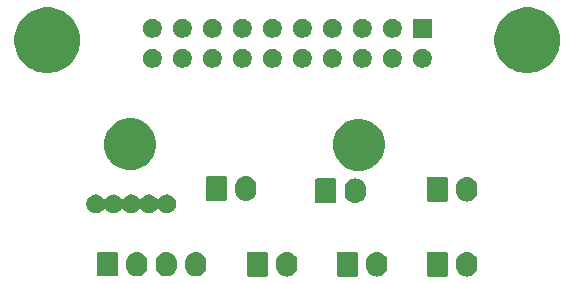
<source format=gbr>
G04 #@! TF.GenerationSoftware,KiCad,Pcbnew,(5.1.4)-1*
G04 #@! TF.CreationDate,2019-09-08T23:13:03+02:00*
G04 #@! TF.ProjectId,wanhao extruder pcb,77616e68-616f-4206-9578-747275646572,rev?*
G04 #@! TF.SameCoordinates,PXbb169cePY653deea*
G04 #@! TF.FileFunction,Soldermask,Top*
G04 #@! TF.FilePolarity,Negative*
%FSLAX46Y46*%
G04 Gerber Fmt 4.6, Leading zero omitted, Abs format (unit mm)*
G04 Created by KiCad (PCBNEW (5.1.4)-1) date 2019-09-08 23:13:03*
%MOMM*%
%LPD*%
G04 APERTURE LIST*
%ADD10C,0.100000*%
G04 APERTURE END LIST*
D10*
G36*
X-2553858Y4918774D02*
G01*
X-2384019Y4867254D01*
X-2384017Y4867253D01*
X-2227495Y4783590D01*
X-2090298Y4670997D01*
X-2007036Y4569540D01*
X-1977706Y4533802D01*
X-1894041Y4377277D01*
X-1842521Y4207438D01*
X-1829484Y4075069D01*
X-1829484Y3686554D01*
X-1842521Y3554185D01*
X-1894041Y3384345D01*
X-1977706Y3227820D01*
X-2007036Y3192082D01*
X-2090298Y3090625D01*
X-2178306Y3018400D01*
X-2227493Y2978033D01*
X-2384018Y2894368D01*
X-2553857Y2842848D01*
X-2730484Y2825452D01*
X-2907110Y2842848D01*
X-3076949Y2894368D01*
X-3233474Y2978033D01*
X-3370669Y3090626D01*
X-3483262Y3227820D01*
X-3566927Y3384345D01*
X-3618447Y3554184D01*
X-3631484Y3686553D01*
X-3631484Y4075068D01*
X-3618447Y4207437D01*
X-3566927Y4377276D01*
X-3566925Y4377279D01*
X-3483263Y4533800D01*
X-3370670Y4670997D01*
X-3256843Y4764411D01*
X-3233475Y4783589D01*
X-3076950Y4867254D01*
X-2907111Y4918774D01*
X-2730484Y4936170D01*
X-2553858Y4918774D01*
X-2553858Y4918774D01*
G37*
G36*
X-17793858Y4918774D02*
G01*
X-17624019Y4867254D01*
X-17624017Y4867253D01*
X-17467495Y4783590D01*
X-17330298Y4670997D01*
X-17247036Y4569540D01*
X-17217706Y4533802D01*
X-17134041Y4377277D01*
X-17082521Y4207438D01*
X-17069484Y4075069D01*
X-17069484Y3686554D01*
X-17082521Y3554185D01*
X-17134041Y3384345D01*
X-17217706Y3227820D01*
X-17247036Y3192082D01*
X-17330298Y3090625D01*
X-17418306Y3018400D01*
X-17467493Y2978033D01*
X-17624018Y2894368D01*
X-17793857Y2842848D01*
X-17970484Y2825452D01*
X-18147110Y2842848D01*
X-18316949Y2894368D01*
X-18473474Y2978033D01*
X-18610669Y3090626D01*
X-18723262Y3227820D01*
X-18806927Y3384345D01*
X-18858447Y3554184D01*
X-18871484Y3686553D01*
X-18871484Y4075068D01*
X-18858447Y4207437D01*
X-18806927Y4377276D01*
X-18806925Y4377279D01*
X-18723263Y4533800D01*
X-18610670Y4670997D01*
X-18496843Y4764411D01*
X-18473475Y4783589D01*
X-18316950Y4867254D01*
X-18147111Y4918774D01*
X-17970484Y4936170D01*
X-17793858Y4918774D01*
X-17793858Y4918774D01*
G37*
G36*
X-10173858Y4918774D02*
G01*
X-10004019Y4867254D01*
X-10004017Y4867253D01*
X-9847495Y4783590D01*
X-9710298Y4670997D01*
X-9627036Y4569540D01*
X-9597706Y4533802D01*
X-9514041Y4377277D01*
X-9462521Y4207438D01*
X-9449484Y4075069D01*
X-9449484Y3686554D01*
X-9462521Y3554185D01*
X-9514041Y3384345D01*
X-9597706Y3227820D01*
X-9627036Y3192082D01*
X-9710298Y3090625D01*
X-9798306Y3018400D01*
X-9847493Y2978033D01*
X-10004018Y2894368D01*
X-10173857Y2842848D01*
X-10350484Y2825452D01*
X-10527110Y2842848D01*
X-10696949Y2894368D01*
X-10853474Y2978033D01*
X-10990669Y3090626D01*
X-11103262Y3227820D01*
X-11186927Y3384345D01*
X-11238447Y3554184D01*
X-11251484Y3686553D01*
X-11251484Y4075068D01*
X-11238447Y4207437D01*
X-11186927Y4377276D01*
X-11186925Y4377279D01*
X-11103263Y4533800D01*
X-10990670Y4670997D01*
X-10876843Y4764411D01*
X-10853475Y4783589D01*
X-10696950Y4867254D01*
X-10527111Y4918774D01*
X-10350484Y4936170D01*
X-10173858Y4918774D01*
X-10173858Y4918774D01*
G37*
G36*
X-19711884Y4927822D02*
G01*
X-19678832Y4917796D01*
X-19648381Y4901519D01*
X-19621685Y4879610D01*
X-19599776Y4852914D01*
X-19583499Y4822463D01*
X-19573473Y4789411D01*
X-19569484Y4748908D01*
X-19569484Y3012714D01*
X-19573473Y2972211D01*
X-19583499Y2939159D01*
X-19599776Y2908708D01*
X-19621685Y2882012D01*
X-19648381Y2860103D01*
X-19678832Y2843826D01*
X-19711884Y2833800D01*
X-19752387Y2829811D01*
X-21188581Y2829811D01*
X-21229084Y2833800D01*
X-21262136Y2843826D01*
X-21292587Y2860103D01*
X-21319283Y2882012D01*
X-21341192Y2908708D01*
X-21357469Y2939159D01*
X-21367495Y2972211D01*
X-21371484Y3012714D01*
X-21371484Y4748908D01*
X-21367495Y4789411D01*
X-21357469Y4822463D01*
X-21341192Y4852914D01*
X-21319283Y4879610D01*
X-21292587Y4901519D01*
X-21262136Y4917796D01*
X-21229084Y4927822D01*
X-21188581Y4931811D01*
X-19752387Y4931811D01*
X-19711884Y4927822D01*
X-19711884Y4927822D01*
G37*
G36*
X-12091884Y4927822D02*
G01*
X-12058832Y4917796D01*
X-12028381Y4901519D01*
X-12001685Y4879610D01*
X-11979776Y4852914D01*
X-11963499Y4822463D01*
X-11953473Y4789411D01*
X-11949484Y4748908D01*
X-11949484Y3012714D01*
X-11953473Y2972211D01*
X-11963499Y2939159D01*
X-11979776Y2908708D01*
X-12001685Y2882012D01*
X-12028381Y2860103D01*
X-12058832Y2843826D01*
X-12091884Y2833800D01*
X-12132387Y2829811D01*
X-13568581Y2829811D01*
X-13609084Y2833800D01*
X-13642136Y2843826D01*
X-13672587Y2860103D01*
X-13699283Y2882012D01*
X-13721192Y2908708D01*
X-13737469Y2939159D01*
X-13747495Y2972211D01*
X-13751484Y3012714D01*
X-13751484Y4748908D01*
X-13747495Y4789411D01*
X-13737469Y4822463D01*
X-13721192Y4852914D01*
X-13699283Y4879610D01*
X-13672587Y4901519D01*
X-13642136Y4917796D01*
X-13609084Y4927822D01*
X-13568581Y4931811D01*
X-12132387Y4931811D01*
X-12091884Y4927822D01*
X-12091884Y4927822D01*
G37*
G36*
X-4471884Y4927822D02*
G01*
X-4438832Y4917796D01*
X-4408381Y4901519D01*
X-4381685Y4879610D01*
X-4359776Y4852914D01*
X-4343499Y4822463D01*
X-4333473Y4789411D01*
X-4329484Y4748908D01*
X-4329484Y3012714D01*
X-4333473Y2972211D01*
X-4343499Y2939159D01*
X-4359776Y2908708D01*
X-4381685Y2882012D01*
X-4408381Y2860103D01*
X-4438832Y2843826D01*
X-4471884Y2833800D01*
X-4512387Y2829811D01*
X-5948581Y2829811D01*
X-5989084Y2833800D01*
X-6022136Y2843826D01*
X-6052587Y2860103D01*
X-6079283Y2882012D01*
X-6101192Y2908708D01*
X-6117469Y2939159D01*
X-6127495Y2972211D01*
X-6131484Y3012714D01*
X-6131484Y4748908D01*
X-6127495Y4789411D01*
X-6117469Y4822463D01*
X-6101192Y4852914D01*
X-6079283Y4879610D01*
X-6052587Y4901519D01*
X-6022136Y4917796D01*
X-5989084Y4927822D01*
X-5948581Y4931811D01*
X-4512387Y4931811D01*
X-4471884Y4927822D01*
X-4471884Y4927822D01*
G37*
G36*
X-25493858Y4893774D02*
G01*
X-25324019Y4842254D01*
X-25324017Y4842253D01*
X-25167495Y4758590D01*
X-25030298Y4645997D01*
X-24947036Y4544540D01*
X-24917706Y4508802D01*
X-24834041Y4352277D01*
X-24782521Y4182438D01*
X-24782521Y4182436D01*
X-24769484Y4050071D01*
X-24769484Y3711552D01*
X-24776003Y3645369D01*
X-24782521Y3579185D01*
X-24834041Y3409345D01*
X-24917706Y3252820D01*
X-24938223Y3227820D01*
X-25030298Y3115625D01*
X-25118657Y3043112D01*
X-25167493Y3003033D01*
X-25324018Y2919368D01*
X-25493857Y2867848D01*
X-25670484Y2850452D01*
X-25847110Y2867848D01*
X-26016949Y2919368D01*
X-26173474Y3003033D01*
X-26310669Y3115626D01*
X-26423262Y3252820D01*
X-26506927Y3409345D01*
X-26558447Y3579184D01*
X-26571484Y3711553D01*
X-26571484Y4050068D01*
X-26569021Y4075071D01*
X-26558447Y4182435D01*
X-26558447Y4182437D01*
X-26506927Y4352276D01*
X-26423262Y4508801D01*
X-26402746Y4533800D01*
X-26310670Y4645997D01*
X-26209213Y4729259D01*
X-26173475Y4758589D01*
X-26016950Y4842254D01*
X-25847111Y4893774D01*
X-25670484Y4911170D01*
X-25493858Y4893774D01*
X-25493858Y4893774D01*
G37*
G36*
X-27993858Y4893774D02*
G01*
X-27824019Y4842254D01*
X-27824017Y4842253D01*
X-27667495Y4758590D01*
X-27530298Y4645997D01*
X-27447036Y4544540D01*
X-27417706Y4508802D01*
X-27334041Y4352277D01*
X-27282521Y4182438D01*
X-27282521Y4182436D01*
X-27269484Y4050071D01*
X-27269484Y3711552D01*
X-27276003Y3645369D01*
X-27282521Y3579185D01*
X-27334041Y3409345D01*
X-27417706Y3252820D01*
X-27438223Y3227820D01*
X-27530298Y3115625D01*
X-27618657Y3043112D01*
X-27667493Y3003033D01*
X-27824018Y2919368D01*
X-27993857Y2867848D01*
X-28170484Y2850452D01*
X-28347110Y2867848D01*
X-28516949Y2919368D01*
X-28673474Y3003033D01*
X-28810669Y3115626D01*
X-28923262Y3252820D01*
X-29006927Y3409345D01*
X-29058447Y3579184D01*
X-29071484Y3711553D01*
X-29071484Y4050068D01*
X-29069021Y4075071D01*
X-29058447Y4182435D01*
X-29058447Y4182437D01*
X-29006927Y4352276D01*
X-28923262Y4508801D01*
X-28902746Y4533800D01*
X-28810670Y4645997D01*
X-28709213Y4729259D01*
X-28673475Y4758589D01*
X-28516950Y4842254D01*
X-28347111Y4893774D01*
X-28170484Y4911170D01*
X-27993858Y4893774D01*
X-27993858Y4893774D01*
G37*
G36*
X-30493858Y4893774D02*
G01*
X-30324019Y4842254D01*
X-30324017Y4842253D01*
X-30167495Y4758590D01*
X-30030298Y4645997D01*
X-29947036Y4544540D01*
X-29917706Y4508802D01*
X-29834041Y4352277D01*
X-29782521Y4182438D01*
X-29782521Y4182436D01*
X-29769484Y4050071D01*
X-29769484Y3711552D01*
X-29776003Y3645369D01*
X-29782521Y3579185D01*
X-29834041Y3409345D01*
X-29917706Y3252820D01*
X-29938223Y3227820D01*
X-30030298Y3115625D01*
X-30118657Y3043112D01*
X-30167493Y3003033D01*
X-30324018Y2919368D01*
X-30493857Y2867848D01*
X-30670484Y2850452D01*
X-30847110Y2867848D01*
X-31016949Y2919368D01*
X-31173474Y3003033D01*
X-31310669Y3115626D01*
X-31423262Y3252820D01*
X-31506927Y3409345D01*
X-31558447Y3579184D01*
X-31571484Y3711553D01*
X-31571484Y4050068D01*
X-31569021Y4075071D01*
X-31558447Y4182435D01*
X-31558447Y4182437D01*
X-31506927Y4352276D01*
X-31423262Y4508801D01*
X-31402746Y4533800D01*
X-31310670Y4645997D01*
X-31209213Y4729259D01*
X-31173475Y4758589D01*
X-31016950Y4842254D01*
X-30847111Y4893774D01*
X-30670484Y4911170D01*
X-30493858Y4893774D01*
X-30493858Y4893774D01*
G37*
G36*
X-32411884Y4902822D02*
G01*
X-32378832Y4892796D01*
X-32348381Y4876519D01*
X-32321685Y4854610D01*
X-32299776Y4827914D01*
X-32283499Y4797463D01*
X-32273473Y4764411D01*
X-32269484Y4723908D01*
X-32269484Y3037714D01*
X-32273473Y2997211D01*
X-32283499Y2964159D01*
X-32299776Y2933708D01*
X-32321685Y2907012D01*
X-32348381Y2885103D01*
X-32378832Y2868826D01*
X-32411884Y2858800D01*
X-32452387Y2854811D01*
X-33888581Y2854811D01*
X-33929084Y2858800D01*
X-33962136Y2868826D01*
X-33992587Y2885103D01*
X-34019283Y2907012D01*
X-34041192Y2933708D01*
X-34057469Y2964159D01*
X-34067495Y2997211D01*
X-34071484Y3037714D01*
X-34071484Y4723908D01*
X-34067495Y4764411D01*
X-34057469Y4797463D01*
X-34041192Y4827914D01*
X-34019283Y4854610D01*
X-33992587Y4876519D01*
X-33962136Y4892796D01*
X-33929084Y4902822D01*
X-33888581Y4906811D01*
X-32452387Y4906811D01*
X-32411884Y4902822D01*
X-32411884Y4902822D01*
G37*
G36*
X-33984657Y9768883D02*
G01*
X-33903837Y9752807D01*
X-33757518Y9692199D01*
X-33691231Y9647907D01*
X-33625836Y9604212D01*
X-33513847Y9492223D01*
X-33492288Y9459958D01*
X-33476743Y9441016D01*
X-33457801Y9425471D01*
X-33436190Y9413920D01*
X-33412741Y9406807D01*
X-33388355Y9404405D01*
X-33363969Y9406807D01*
X-33340520Y9413920D01*
X-33318909Y9425471D01*
X-33299967Y9441016D01*
X-33284422Y9459958D01*
X-33262863Y9492223D01*
X-33150874Y9604212D01*
X-33085479Y9647907D01*
X-33019192Y9692199D01*
X-32872873Y9752807D01*
X-32792053Y9768883D01*
X-32717543Y9783704D01*
X-32559167Y9783704D01*
X-32484657Y9768883D01*
X-32403837Y9752807D01*
X-32257518Y9692199D01*
X-32191231Y9647907D01*
X-32125836Y9604212D01*
X-32013847Y9492223D01*
X-31992288Y9459958D01*
X-31976743Y9441016D01*
X-31957801Y9425471D01*
X-31936190Y9413920D01*
X-31912741Y9406807D01*
X-31888355Y9404405D01*
X-31863969Y9406807D01*
X-31840520Y9413920D01*
X-31818909Y9425471D01*
X-31799967Y9441016D01*
X-31784422Y9459958D01*
X-31762863Y9492223D01*
X-31650874Y9604212D01*
X-31585479Y9647907D01*
X-31519192Y9692199D01*
X-31372873Y9752807D01*
X-31292053Y9768883D01*
X-31217543Y9783704D01*
X-31059167Y9783704D01*
X-30984657Y9768883D01*
X-30903837Y9752807D01*
X-30757518Y9692199D01*
X-30691231Y9647907D01*
X-30625836Y9604212D01*
X-30513847Y9492223D01*
X-30492288Y9459958D01*
X-30476743Y9441016D01*
X-30457801Y9425471D01*
X-30436190Y9413920D01*
X-30412741Y9406807D01*
X-30388355Y9404405D01*
X-30363969Y9406807D01*
X-30340520Y9413920D01*
X-30318909Y9425471D01*
X-30299967Y9441016D01*
X-30284422Y9459958D01*
X-30262863Y9492223D01*
X-30150874Y9604212D01*
X-30085479Y9647907D01*
X-30019192Y9692199D01*
X-29872873Y9752807D01*
X-29792053Y9768883D01*
X-29717543Y9783704D01*
X-29559167Y9783704D01*
X-29484657Y9768883D01*
X-29403837Y9752807D01*
X-29257518Y9692199D01*
X-29191231Y9647907D01*
X-29125836Y9604212D01*
X-29013847Y9492223D01*
X-28992288Y9459958D01*
X-28976743Y9441016D01*
X-28957801Y9425471D01*
X-28936190Y9413920D01*
X-28912741Y9406807D01*
X-28888355Y9404405D01*
X-28863969Y9406807D01*
X-28840520Y9413920D01*
X-28818909Y9425471D01*
X-28799967Y9441016D01*
X-28784422Y9459958D01*
X-28762863Y9492223D01*
X-28650874Y9604212D01*
X-28585479Y9647907D01*
X-28519192Y9692199D01*
X-28372873Y9752807D01*
X-28292053Y9768883D01*
X-28217543Y9783704D01*
X-28059167Y9783704D01*
X-27984657Y9768883D01*
X-27903837Y9752807D01*
X-27757518Y9692199D01*
X-27691231Y9647907D01*
X-27625836Y9604212D01*
X-27513847Y9492223D01*
X-27470152Y9426828D01*
X-27425860Y9360541D01*
X-27365252Y9214222D01*
X-27334355Y9058891D01*
X-27334355Y8900517D01*
X-27365252Y8745186D01*
X-27425860Y8598867D01*
X-27513848Y8467184D01*
X-27625835Y8355197D01*
X-27757518Y8267209D01*
X-27903837Y8206601D01*
X-27981502Y8191153D01*
X-28059167Y8175704D01*
X-28217543Y8175704D01*
X-28295208Y8191153D01*
X-28372873Y8206601D01*
X-28519192Y8267209D01*
X-28650875Y8355197D01*
X-28762862Y8467184D01*
X-28784422Y8499450D01*
X-28799967Y8518392D01*
X-28818909Y8533937D01*
X-28840520Y8545488D01*
X-28863969Y8552601D01*
X-28888355Y8555003D01*
X-28912741Y8552601D01*
X-28936190Y8545488D01*
X-28957801Y8533937D01*
X-28976743Y8518392D01*
X-28992288Y8499450D01*
X-29013848Y8467184D01*
X-29125835Y8355197D01*
X-29257518Y8267209D01*
X-29403837Y8206601D01*
X-29481502Y8191153D01*
X-29559167Y8175704D01*
X-29717543Y8175704D01*
X-29795208Y8191153D01*
X-29872873Y8206601D01*
X-30019192Y8267209D01*
X-30150875Y8355197D01*
X-30262862Y8467184D01*
X-30284422Y8499450D01*
X-30299967Y8518392D01*
X-30318909Y8533937D01*
X-30340520Y8545488D01*
X-30363969Y8552601D01*
X-30388355Y8555003D01*
X-30412741Y8552601D01*
X-30436190Y8545488D01*
X-30457801Y8533937D01*
X-30476743Y8518392D01*
X-30492288Y8499450D01*
X-30513848Y8467184D01*
X-30625835Y8355197D01*
X-30757518Y8267209D01*
X-30903837Y8206601D01*
X-30981502Y8191153D01*
X-31059167Y8175704D01*
X-31217543Y8175704D01*
X-31295208Y8191153D01*
X-31372873Y8206601D01*
X-31519192Y8267209D01*
X-31650875Y8355197D01*
X-31762862Y8467184D01*
X-31784422Y8499450D01*
X-31799967Y8518392D01*
X-31818909Y8533937D01*
X-31840520Y8545488D01*
X-31863969Y8552601D01*
X-31888355Y8555003D01*
X-31912741Y8552601D01*
X-31936190Y8545488D01*
X-31957801Y8533937D01*
X-31976743Y8518392D01*
X-31992288Y8499450D01*
X-32013848Y8467184D01*
X-32125835Y8355197D01*
X-32257518Y8267209D01*
X-32403837Y8206601D01*
X-32481502Y8191153D01*
X-32559167Y8175704D01*
X-32717543Y8175704D01*
X-32795208Y8191153D01*
X-32872873Y8206601D01*
X-33019192Y8267209D01*
X-33150875Y8355197D01*
X-33262862Y8467184D01*
X-33284422Y8499450D01*
X-33299967Y8518392D01*
X-33318909Y8533937D01*
X-33340520Y8545488D01*
X-33363969Y8552601D01*
X-33388355Y8555003D01*
X-33412741Y8552601D01*
X-33436190Y8545488D01*
X-33457801Y8533937D01*
X-33476743Y8518392D01*
X-33492288Y8499450D01*
X-33513848Y8467184D01*
X-33625835Y8355197D01*
X-33757518Y8267209D01*
X-33903837Y8206601D01*
X-33981502Y8191153D01*
X-34059167Y8175704D01*
X-34217543Y8175704D01*
X-34295208Y8191153D01*
X-34372873Y8206601D01*
X-34519192Y8267209D01*
X-34650875Y8355197D01*
X-34762862Y8467184D01*
X-34850850Y8598867D01*
X-34911458Y8745186D01*
X-34942355Y8900517D01*
X-34942355Y9058891D01*
X-34911458Y9214222D01*
X-34850850Y9360541D01*
X-34806558Y9426828D01*
X-34762863Y9492223D01*
X-34650874Y9604212D01*
X-34585479Y9647907D01*
X-34519192Y9692199D01*
X-34372873Y9752807D01*
X-34292053Y9768883D01*
X-34217543Y9783704D01*
X-34059167Y9783704D01*
X-33984657Y9768883D01*
X-33984657Y9768883D01*
G37*
G36*
X-11995578Y11133470D02*
G01*
X-11825739Y11081950D01*
X-11825737Y11081949D01*
X-11669215Y10998286D01*
X-11532018Y10885693D01*
X-11448756Y10784236D01*
X-11419426Y10748498D01*
X-11419425Y10748496D01*
X-11343434Y10606329D01*
X-11335761Y10591973D01*
X-11284241Y10422134D01*
X-11271204Y10289765D01*
X-11271204Y9901250D01*
X-11284241Y9768881D01*
X-11335761Y9599041D01*
X-11419426Y9442516D01*
X-11433415Y9425471D01*
X-11532018Y9305321D01*
X-11627099Y9227291D01*
X-11669213Y9192729D01*
X-11825738Y9109064D01*
X-11995577Y9057544D01*
X-12172204Y9040148D01*
X-12348830Y9057544D01*
X-12518669Y9109064D01*
X-12675194Y9192729D01*
X-12812389Y9305322D01*
X-12924982Y9442516D01*
X-13008647Y9599041D01*
X-13060167Y9768880D01*
X-13073204Y9901249D01*
X-13073204Y10289764D01*
X-13060167Y10422133D01*
X-13008647Y10591972D01*
X-13008645Y10591975D01*
X-12924983Y10748496D01*
X-12812390Y10885693D01*
X-12693839Y10982984D01*
X-12675195Y10998285D01*
X-12541234Y11069889D01*
X-12518672Y11081949D01*
X-12518670Y11081950D01*
X-12348831Y11133470D01*
X-12172204Y11150866D01*
X-11995578Y11133470D01*
X-11995578Y11133470D01*
G37*
G36*
X-13913506Y11142520D02*
G01*
X-13880480Y11132502D01*
X-13850045Y11116234D01*
X-13823369Y11094342D01*
X-13801477Y11067666D01*
X-13785209Y11037231D01*
X-13775191Y11004205D01*
X-13771204Y10963723D01*
X-13771204Y9227291D01*
X-13775191Y9186809D01*
X-13785209Y9153783D01*
X-13801477Y9123348D01*
X-13823369Y9096672D01*
X-13850045Y9074780D01*
X-13880480Y9058512D01*
X-13913506Y9048494D01*
X-13953988Y9044507D01*
X-15390420Y9044507D01*
X-15430902Y9048494D01*
X-15463928Y9058512D01*
X-15494363Y9074780D01*
X-15521039Y9096672D01*
X-15542931Y9123348D01*
X-15559199Y9153783D01*
X-15569217Y9186809D01*
X-15573204Y9227291D01*
X-15573204Y10963723D01*
X-15569217Y11004205D01*
X-15559199Y11037231D01*
X-15542931Y11067666D01*
X-15521039Y11094342D01*
X-15494363Y11116234D01*
X-15463928Y11132502D01*
X-15430902Y11142520D01*
X-15390420Y11146507D01*
X-13953988Y11146507D01*
X-13913506Y11142520D01*
X-13913506Y11142520D01*
G37*
G36*
X-2553858Y11268774D02*
G01*
X-2384019Y11217254D01*
X-2384017Y11217253D01*
X-2227495Y11133590D01*
X-2090298Y11020997D01*
X-2017831Y10932694D01*
X-1977706Y10883802D01*
X-1977705Y10883800D01*
X-1920174Y10776169D01*
X-1894041Y10727277D01*
X-1842521Y10557438D01*
X-1829484Y10425069D01*
X-1829484Y10036554D01*
X-1842521Y9904185D01*
X-1894041Y9734345D01*
X-1977706Y9577820D01*
X-2007036Y9542082D01*
X-2090298Y9440625D01*
X-2167917Y9376926D01*
X-2227493Y9328033D01*
X-2384018Y9244368D01*
X-2553857Y9192848D01*
X-2730484Y9175452D01*
X-2907110Y9192848D01*
X-3076949Y9244368D01*
X-3233474Y9328033D01*
X-3370669Y9440626D01*
X-3483262Y9577820D01*
X-3566927Y9734345D01*
X-3618447Y9904184D01*
X-3631484Y10036553D01*
X-3631484Y10425068D01*
X-3618447Y10557437D01*
X-3566927Y10727276D01*
X-3540793Y10776169D01*
X-3483263Y10883800D01*
X-3370670Y11020997D01*
X-3254622Y11116234D01*
X-3233475Y11133589D01*
X-3076950Y11217254D01*
X-2907111Y11268774D01*
X-2730484Y11286170D01*
X-2553858Y11268774D01*
X-2553858Y11268774D01*
G37*
G36*
X-4471884Y11277822D02*
G01*
X-4438832Y11267796D01*
X-4408381Y11251519D01*
X-4381685Y11229610D01*
X-4359776Y11202914D01*
X-4343499Y11172463D01*
X-4333473Y11139411D01*
X-4329484Y11098908D01*
X-4329484Y9362714D01*
X-4333473Y9322211D01*
X-4343499Y9289159D01*
X-4359776Y9258708D01*
X-4381685Y9232012D01*
X-4408381Y9210103D01*
X-4438832Y9193826D01*
X-4471884Y9183800D01*
X-4512387Y9179811D01*
X-5948581Y9179811D01*
X-5989084Y9183800D01*
X-6022136Y9193826D01*
X-6052587Y9210103D01*
X-6079283Y9232012D01*
X-6101192Y9258708D01*
X-6117469Y9289159D01*
X-6127495Y9322211D01*
X-6131484Y9362714D01*
X-6131484Y11098908D01*
X-6127495Y11139411D01*
X-6117469Y11172463D01*
X-6101192Y11202914D01*
X-6079283Y11229610D01*
X-6052587Y11251519D01*
X-6022136Y11267796D01*
X-5989084Y11277822D01*
X-5948581Y11281811D01*
X-4512387Y11281811D01*
X-4471884Y11277822D01*
X-4471884Y11277822D01*
G37*
G36*
X-21261729Y11317667D02*
G01*
X-21091890Y11266147D01*
X-21091888Y11266146D01*
X-20935366Y11182483D01*
X-20798169Y11069890D01*
X-20726848Y10982984D01*
X-20685577Y10932695D01*
X-20601912Y10776170D01*
X-20550392Y10606331D01*
X-20537355Y10473962D01*
X-20537355Y10085447D01*
X-20550392Y9953078D01*
X-20601912Y9783238D01*
X-20685577Y9626713D01*
X-20704043Y9604212D01*
X-20798169Y9489518D01*
X-20876212Y9425471D01*
X-20935364Y9376926D01*
X-20935366Y9376925D01*
X-21069326Y9305321D01*
X-21091889Y9293261D01*
X-21261728Y9241741D01*
X-21438355Y9224345D01*
X-21614981Y9241741D01*
X-21784820Y9293261D01*
X-21807382Y9305321D01*
X-21941343Y9376925D01*
X-21941345Y9376926D01*
X-22078540Y9489519D01*
X-22191133Y9626713D01*
X-22267124Y9768881D01*
X-22274797Y9783236D01*
X-22274939Y9783704D01*
X-22326318Y9953077D01*
X-22339355Y10085446D01*
X-22339355Y10473961D01*
X-22326318Y10606330D01*
X-22274798Y10776169D01*
X-22217267Y10883802D01*
X-22191134Y10932693D01*
X-22078541Y11069890D01*
X-21963821Y11164037D01*
X-21941346Y11182482D01*
X-21784821Y11266147D01*
X-21614982Y11317667D01*
X-21438355Y11335063D01*
X-21261729Y11317667D01*
X-21261729Y11317667D01*
G37*
G36*
X-23179755Y11326715D02*
G01*
X-23146703Y11316689D01*
X-23116252Y11300412D01*
X-23089556Y11278503D01*
X-23067647Y11251807D01*
X-23051370Y11221356D01*
X-23041344Y11188304D01*
X-23037355Y11147801D01*
X-23037355Y9411607D01*
X-23041344Y9371104D01*
X-23051370Y9338052D01*
X-23067647Y9307601D01*
X-23089556Y9280905D01*
X-23116252Y9258996D01*
X-23146703Y9242719D01*
X-23179755Y9232693D01*
X-23220258Y9228704D01*
X-24656452Y9228704D01*
X-24696955Y9232693D01*
X-24730007Y9242719D01*
X-24760458Y9258996D01*
X-24787154Y9280905D01*
X-24809063Y9307601D01*
X-24825340Y9338052D01*
X-24835366Y9371104D01*
X-24839355Y9411607D01*
X-24839355Y11147801D01*
X-24835366Y11188304D01*
X-24825340Y11221356D01*
X-24809063Y11251807D01*
X-24787154Y11278503D01*
X-24760458Y11300412D01*
X-24730007Y11316689D01*
X-24696955Y11326715D01*
X-24656452Y11330704D01*
X-23220258Y11330704D01*
X-23179755Y11326715D01*
X-23179755Y11326715D01*
G37*
G36*
X-11237874Y16105950D02*
G01*
X-10837318Y15940034D01*
X-10837316Y15940033D01*
X-10476825Y15699161D01*
X-10170252Y15392588D01*
X-9948671Y15060968D01*
X-9929379Y15032095D01*
X-9763463Y14631539D01*
X-9678881Y14206313D01*
X-9678881Y13772751D01*
X-9763463Y13347525D01*
X-9917420Y12975840D01*
X-9929380Y12946967D01*
X-10170252Y12586476D01*
X-10476825Y12279903D01*
X-10837316Y12039031D01*
X-10837317Y12039030D01*
X-10837318Y12039030D01*
X-11237874Y11873114D01*
X-11663100Y11788532D01*
X-12096662Y11788532D01*
X-12521888Y11873114D01*
X-12922444Y12039030D01*
X-12922445Y12039030D01*
X-12922446Y12039031D01*
X-13282937Y12279903D01*
X-13589510Y12586476D01*
X-13830382Y12946967D01*
X-13842342Y12975840D01*
X-13996299Y13347525D01*
X-14080881Y13772751D01*
X-14080881Y14206313D01*
X-13996299Y14631539D01*
X-13830383Y15032095D01*
X-13811091Y15060968D01*
X-13589510Y15392588D01*
X-13282937Y15699161D01*
X-12922446Y15940033D01*
X-12922444Y15940034D01*
X-12521888Y16105950D01*
X-12096662Y16190532D01*
X-11663100Y16190532D01*
X-11237874Y16105950D01*
X-11237874Y16105950D01*
G37*
G36*
X-30588395Y16134821D02*
G01*
X-30187839Y15968905D01*
X-30187837Y15968904D01*
X-29827346Y15728032D01*
X-29520773Y15421459D01*
X-29279901Y15060968D01*
X-29279900Y15060966D01*
X-29113984Y14660410D01*
X-29029402Y14235184D01*
X-29029402Y13801622D01*
X-29113984Y13376396D01*
X-29279900Y12975840D01*
X-29279901Y12975838D01*
X-29520773Y12615347D01*
X-29827346Y12308774D01*
X-30187837Y12067902D01*
X-30187838Y12067901D01*
X-30187839Y12067901D01*
X-30588395Y11901985D01*
X-31013621Y11817403D01*
X-31447183Y11817403D01*
X-31872409Y11901985D01*
X-32272965Y12067901D01*
X-32272966Y12067901D01*
X-32272967Y12067902D01*
X-32633458Y12308774D01*
X-32940031Y12615347D01*
X-33180903Y12975838D01*
X-33180904Y12975840D01*
X-33346820Y13376396D01*
X-33431402Y13801622D01*
X-33431402Y14235184D01*
X-33346820Y14660410D01*
X-33180904Y15060966D01*
X-33180903Y15060968D01*
X-32940031Y15421459D01*
X-32633458Y15728032D01*
X-32272967Y15968904D01*
X-32272965Y15968905D01*
X-31872409Y16134821D01*
X-31447183Y16219403D01*
X-31013621Y16219403D01*
X-30588395Y16134821D01*
X-30588395Y16134821D01*
G37*
G36*
X3190466Y25518086D02*
G01*
X3400103Y25431251D01*
X3696574Y25308449D01*
X3696575Y25308448D01*
X4152062Y25004102D01*
X4539422Y24616742D01*
X4742780Y24312395D01*
X4843769Y24161254D01*
X4933826Y23943836D01*
X5053406Y23655146D01*
X5160278Y23117863D01*
X5160278Y22570053D01*
X5055373Y22042657D01*
X5053406Y22032771D01*
X4843769Y21526662D01*
X4742780Y21375521D01*
X4539422Y21071174D01*
X4152062Y20683814D01*
X3896357Y20512958D01*
X3696574Y20379467D01*
X3400103Y20256665D01*
X3190466Y20169830D01*
X2921824Y20116394D01*
X2653184Y20062958D01*
X2105372Y20062958D01*
X1836732Y20116394D01*
X1568090Y20169830D01*
X1358453Y20256665D01*
X1061982Y20379467D01*
X862199Y20512958D01*
X606494Y20683814D01*
X219134Y21071174D01*
X15776Y21375521D01*
X-85213Y21526662D01*
X-294850Y22032771D01*
X-296816Y22042657D01*
X-401722Y22570053D01*
X-401722Y23117863D01*
X-294850Y23655146D01*
X-175270Y23943836D01*
X-85213Y24161254D01*
X15776Y24312395D01*
X219134Y24616742D01*
X606494Y25004102D01*
X1061981Y25308448D01*
X1061982Y25308449D01*
X1358453Y25431251D01*
X1568090Y25518086D01*
X2105372Y25624958D01*
X2653184Y25624958D01*
X3190466Y25518086D01*
X3190466Y25518086D01*
G37*
G36*
X-37449534Y25518086D02*
G01*
X-37239897Y25431251D01*
X-36943426Y25308449D01*
X-36943425Y25308448D01*
X-36487938Y25004102D01*
X-36100578Y24616742D01*
X-35897220Y24312395D01*
X-35796231Y24161254D01*
X-35706174Y23943836D01*
X-35586594Y23655146D01*
X-35479722Y23117863D01*
X-35479722Y22570053D01*
X-35584627Y22042657D01*
X-35586594Y22032771D01*
X-35796231Y21526662D01*
X-35897220Y21375521D01*
X-36100578Y21071174D01*
X-36487938Y20683814D01*
X-36743643Y20512958D01*
X-36943426Y20379467D01*
X-37239897Y20256665D01*
X-37449534Y20169830D01*
X-37718176Y20116394D01*
X-37986816Y20062958D01*
X-38534628Y20062958D01*
X-38803268Y20116394D01*
X-39071910Y20169830D01*
X-39281547Y20256665D01*
X-39578018Y20379467D01*
X-39777801Y20512958D01*
X-40033506Y20683814D01*
X-40420866Y21071174D01*
X-40624224Y21375521D01*
X-40725213Y21526662D01*
X-40934850Y22032771D01*
X-40936816Y22042657D01*
X-41041722Y22570053D01*
X-41041722Y23117863D01*
X-40934850Y23655146D01*
X-40815270Y23943836D01*
X-40725213Y24161254D01*
X-40624224Y24312395D01*
X-40420866Y24616742D01*
X-40033506Y25004102D01*
X-39578019Y25308448D01*
X-39578018Y25308449D01*
X-39281547Y25431251D01*
X-39071910Y25518086D01*
X-38534628Y25624958D01*
X-37986816Y25624958D01*
X-37449534Y25518086D01*
X-37449534Y25518086D01*
G37*
G36*
X-11354162Y22103792D02*
G01*
X-11206569Y22042657D01*
X-11073740Y21953903D01*
X-10960777Y21840940D01*
X-10872023Y21708111D01*
X-10810888Y21560518D01*
X-10779722Y21403835D01*
X-10779722Y21244081D01*
X-10810888Y21087398D01*
X-10872023Y20939805D01*
X-10960777Y20806976D01*
X-11073740Y20694013D01*
X-11206569Y20605259D01*
X-11206570Y20605258D01*
X-11206571Y20605258D01*
X-11354162Y20544124D01*
X-11510844Y20512958D01*
X-11670600Y20512958D01*
X-11827282Y20544124D01*
X-11974873Y20605258D01*
X-11974874Y20605258D01*
X-11974875Y20605259D01*
X-12107704Y20694013D01*
X-12220667Y20806976D01*
X-12309421Y20939805D01*
X-12370556Y21087398D01*
X-12401722Y21244081D01*
X-12401722Y21403835D01*
X-12370556Y21560518D01*
X-12309421Y21708111D01*
X-12220667Y21840940D01*
X-12107704Y21953903D01*
X-11974875Y22042657D01*
X-11827282Y22103792D01*
X-11670600Y22134958D01*
X-11510844Y22134958D01*
X-11354162Y22103792D01*
X-11354162Y22103792D01*
G37*
G36*
X-16434162Y22103792D02*
G01*
X-16286569Y22042657D01*
X-16153740Y21953903D01*
X-16040777Y21840940D01*
X-15952023Y21708111D01*
X-15890888Y21560518D01*
X-15859722Y21403835D01*
X-15859722Y21244081D01*
X-15890888Y21087398D01*
X-15952023Y20939805D01*
X-16040777Y20806976D01*
X-16153740Y20694013D01*
X-16286569Y20605259D01*
X-16286570Y20605258D01*
X-16286571Y20605258D01*
X-16434162Y20544124D01*
X-16590844Y20512958D01*
X-16750600Y20512958D01*
X-16907282Y20544124D01*
X-17054873Y20605258D01*
X-17054874Y20605258D01*
X-17054875Y20605259D01*
X-17187704Y20694013D01*
X-17300667Y20806976D01*
X-17389421Y20939805D01*
X-17450556Y21087398D01*
X-17481722Y21244081D01*
X-17481722Y21403835D01*
X-17450556Y21560518D01*
X-17389421Y21708111D01*
X-17300667Y21840940D01*
X-17187704Y21953903D01*
X-17054875Y22042657D01*
X-16907282Y22103792D01*
X-16750600Y22134958D01*
X-16590844Y22134958D01*
X-16434162Y22103792D01*
X-16434162Y22103792D01*
G37*
G36*
X-18974162Y22103792D02*
G01*
X-18826569Y22042657D01*
X-18693740Y21953903D01*
X-18580777Y21840940D01*
X-18492023Y21708111D01*
X-18430888Y21560518D01*
X-18399722Y21403835D01*
X-18399722Y21244081D01*
X-18430888Y21087398D01*
X-18492023Y20939805D01*
X-18580777Y20806976D01*
X-18693740Y20694013D01*
X-18826569Y20605259D01*
X-18826570Y20605258D01*
X-18826571Y20605258D01*
X-18974162Y20544124D01*
X-19130844Y20512958D01*
X-19290600Y20512958D01*
X-19447282Y20544124D01*
X-19594873Y20605258D01*
X-19594874Y20605258D01*
X-19594875Y20605259D01*
X-19727704Y20694013D01*
X-19840667Y20806976D01*
X-19929421Y20939805D01*
X-19990556Y21087398D01*
X-20021722Y21244081D01*
X-20021722Y21403835D01*
X-19990556Y21560518D01*
X-19929421Y21708111D01*
X-19840667Y21840940D01*
X-19727704Y21953903D01*
X-19594875Y22042657D01*
X-19447282Y22103792D01*
X-19290600Y22134958D01*
X-19130844Y22134958D01*
X-18974162Y22103792D01*
X-18974162Y22103792D01*
G37*
G36*
X-13894162Y22103792D02*
G01*
X-13746569Y22042657D01*
X-13613740Y21953903D01*
X-13500777Y21840940D01*
X-13412023Y21708111D01*
X-13350888Y21560518D01*
X-13319722Y21403835D01*
X-13319722Y21244081D01*
X-13350888Y21087398D01*
X-13412023Y20939805D01*
X-13500777Y20806976D01*
X-13613740Y20694013D01*
X-13746569Y20605259D01*
X-13746570Y20605258D01*
X-13746571Y20605258D01*
X-13894162Y20544124D01*
X-14050844Y20512958D01*
X-14210600Y20512958D01*
X-14367282Y20544124D01*
X-14514873Y20605258D01*
X-14514874Y20605258D01*
X-14514875Y20605259D01*
X-14647704Y20694013D01*
X-14760667Y20806976D01*
X-14849421Y20939805D01*
X-14910556Y21087398D01*
X-14941722Y21244081D01*
X-14941722Y21403835D01*
X-14910556Y21560518D01*
X-14849421Y21708111D01*
X-14760667Y21840940D01*
X-14647704Y21953903D01*
X-14514875Y22042657D01*
X-14367282Y22103792D01*
X-14210600Y22134958D01*
X-14050844Y22134958D01*
X-13894162Y22103792D01*
X-13894162Y22103792D01*
G37*
G36*
X-24054162Y22103792D02*
G01*
X-23906569Y22042657D01*
X-23773740Y21953903D01*
X-23660777Y21840940D01*
X-23572023Y21708111D01*
X-23510888Y21560518D01*
X-23479722Y21403835D01*
X-23479722Y21244081D01*
X-23510888Y21087398D01*
X-23572023Y20939805D01*
X-23660777Y20806976D01*
X-23773740Y20694013D01*
X-23906569Y20605259D01*
X-23906570Y20605258D01*
X-23906571Y20605258D01*
X-24054162Y20544124D01*
X-24210844Y20512958D01*
X-24370600Y20512958D01*
X-24527282Y20544124D01*
X-24674873Y20605258D01*
X-24674874Y20605258D01*
X-24674875Y20605259D01*
X-24807704Y20694013D01*
X-24920667Y20806976D01*
X-25009421Y20939805D01*
X-25070556Y21087398D01*
X-25101722Y21244081D01*
X-25101722Y21403835D01*
X-25070556Y21560518D01*
X-25009421Y21708111D01*
X-24920667Y21840940D01*
X-24807704Y21953903D01*
X-24674875Y22042657D01*
X-24527282Y22103792D01*
X-24370600Y22134958D01*
X-24210844Y22134958D01*
X-24054162Y22103792D01*
X-24054162Y22103792D01*
G37*
G36*
X-8814162Y22103792D02*
G01*
X-8666569Y22042657D01*
X-8533740Y21953903D01*
X-8420777Y21840940D01*
X-8332023Y21708111D01*
X-8270888Y21560518D01*
X-8239722Y21403835D01*
X-8239722Y21244081D01*
X-8270888Y21087398D01*
X-8332023Y20939805D01*
X-8420777Y20806976D01*
X-8533740Y20694013D01*
X-8666569Y20605259D01*
X-8666570Y20605258D01*
X-8666571Y20605258D01*
X-8814162Y20544124D01*
X-8970844Y20512958D01*
X-9130600Y20512958D01*
X-9287282Y20544124D01*
X-9434873Y20605258D01*
X-9434874Y20605258D01*
X-9434875Y20605259D01*
X-9567704Y20694013D01*
X-9680667Y20806976D01*
X-9769421Y20939805D01*
X-9830556Y21087398D01*
X-9861722Y21244081D01*
X-9861722Y21403835D01*
X-9830556Y21560518D01*
X-9769421Y21708111D01*
X-9680667Y21840940D01*
X-9567704Y21953903D01*
X-9434875Y22042657D01*
X-9287282Y22103792D01*
X-9130600Y22134958D01*
X-8970844Y22134958D01*
X-8814162Y22103792D01*
X-8814162Y22103792D01*
G37*
G36*
X-26594162Y22103792D02*
G01*
X-26446569Y22042657D01*
X-26313740Y21953903D01*
X-26200777Y21840940D01*
X-26112023Y21708111D01*
X-26050888Y21560518D01*
X-26019722Y21403835D01*
X-26019722Y21244081D01*
X-26050888Y21087398D01*
X-26112023Y20939805D01*
X-26200777Y20806976D01*
X-26313740Y20694013D01*
X-26446569Y20605259D01*
X-26446570Y20605258D01*
X-26446571Y20605258D01*
X-26594162Y20544124D01*
X-26750844Y20512958D01*
X-26910600Y20512958D01*
X-27067282Y20544124D01*
X-27214873Y20605258D01*
X-27214874Y20605258D01*
X-27214875Y20605259D01*
X-27347704Y20694013D01*
X-27460667Y20806976D01*
X-27549421Y20939805D01*
X-27610556Y21087398D01*
X-27641722Y21244081D01*
X-27641722Y21403835D01*
X-27610556Y21560518D01*
X-27549421Y21708111D01*
X-27460667Y21840940D01*
X-27347704Y21953903D01*
X-27214875Y22042657D01*
X-27067282Y22103792D01*
X-26910600Y22134958D01*
X-26750844Y22134958D01*
X-26594162Y22103792D01*
X-26594162Y22103792D01*
G37*
G36*
X-6274162Y22103792D02*
G01*
X-6126569Y22042657D01*
X-5993740Y21953903D01*
X-5880777Y21840940D01*
X-5792023Y21708111D01*
X-5730888Y21560518D01*
X-5699722Y21403835D01*
X-5699722Y21244081D01*
X-5730888Y21087398D01*
X-5792023Y20939805D01*
X-5880777Y20806976D01*
X-5993740Y20694013D01*
X-6126569Y20605259D01*
X-6126570Y20605258D01*
X-6126571Y20605258D01*
X-6274162Y20544124D01*
X-6430844Y20512958D01*
X-6590600Y20512958D01*
X-6747282Y20544124D01*
X-6894873Y20605258D01*
X-6894874Y20605258D01*
X-6894875Y20605259D01*
X-7027704Y20694013D01*
X-7140667Y20806976D01*
X-7229421Y20939805D01*
X-7290556Y21087398D01*
X-7321722Y21244081D01*
X-7321722Y21403835D01*
X-7290556Y21560518D01*
X-7229421Y21708111D01*
X-7140667Y21840940D01*
X-7027704Y21953903D01*
X-6894875Y22042657D01*
X-6747282Y22103792D01*
X-6590600Y22134958D01*
X-6430844Y22134958D01*
X-6274162Y22103792D01*
X-6274162Y22103792D01*
G37*
G36*
X-29134162Y22103792D02*
G01*
X-28986569Y22042657D01*
X-28853740Y21953903D01*
X-28740777Y21840940D01*
X-28652023Y21708111D01*
X-28590888Y21560518D01*
X-28559722Y21403835D01*
X-28559722Y21244081D01*
X-28590888Y21087398D01*
X-28652023Y20939805D01*
X-28740777Y20806976D01*
X-28853740Y20694013D01*
X-28986569Y20605259D01*
X-28986570Y20605258D01*
X-28986571Y20605258D01*
X-29134162Y20544124D01*
X-29290844Y20512958D01*
X-29450600Y20512958D01*
X-29607282Y20544124D01*
X-29754873Y20605258D01*
X-29754874Y20605258D01*
X-29754875Y20605259D01*
X-29887704Y20694013D01*
X-30000667Y20806976D01*
X-30089421Y20939805D01*
X-30150556Y21087398D01*
X-30181722Y21244081D01*
X-30181722Y21403835D01*
X-30150556Y21560518D01*
X-30089421Y21708111D01*
X-30000667Y21840940D01*
X-29887704Y21953903D01*
X-29754875Y22042657D01*
X-29607282Y22103792D01*
X-29450600Y22134958D01*
X-29290844Y22134958D01*
X-29134162Y22103792D01*
X-29134162Y22103792D01*
G37*
G36*
X-21514162Y22103792D02*
G01*
X-21366569Y22042657D01*
X-21233740Y21953903D01*
X-21120777Y21840940D01*
X-21032023Y21708111D01*
X-20970888Y21560518D01*
X-20939722Y21403835D01*
X-20939722Y21244081D01*
X-20970888Y21087398D01*
X-21032023Y20939805D01*
X-21120777Y20806976D01*
X-21233740Y20694013D01*
X-21366569Y20605259D01*
X-21366570Y20605258D01*
X-21366571Y20605258D01*
X-21514162Y20544124D01*
X-21670844Y20512958D01*
X-21830600Y20512958D01*
X-21987282Y20544124D01*
X-22134873Y20605258D01*
X-22134874Y20605258D01*
X-22134875Y20605259D01*
X-22267704Y20694013D01*
X-22380667Y20806976D01*
X-22469421Y20939805D01*
X-22530556Y21087398D01*
X-22561722Y21244081D01*
X-22561722Y21403835D01*
X-22530556Y21560518D01*
X-22469421Y21708111D01*
X-22380667Y21840940D01*
X-22267704Y21953903D01*
X-22134875Y22042657D01*
X-21987282Y22103792D01*
X-21830600Y22134958D01*
X-21670844Y22134958D01*
X-21514162Y22103792D01*
X-21514162Y22103792D01*
G37*
G36*
X-11354162Y24643792D02*
G01*
X-11206569Y24582657D01*
X-11073740Y24493903D01*
X-10960777Y24380940D01*
X-10872023Y24248111D01*
X-10810888Y24100518D01*
X-10779722Y23943835D01*
X-10779722Y23784081D01*
X-10810888Y23627398D01*
X-10872023Y23479805D01*
X-10960777Y23346976D01*
X-11073740Y23234013D01*
X-11206569Y23145259D01*
X-11206570Y23145258D01*
X-11206571Y23145258D01*
X-11354162Y23084124D01*
X-11510844Y23052958D01*
X-11670600Y23052958D01*
X-11827282Y23084124D01*
X-11974873Y23145258D01*
X-11974874Y23145258D01*
X-11974875Y23145259D01*
X-12107704Y23234013D01*
X-12220667Y23346976D01*
X-12309421Y23479805D01*
X-12370556Y23627398D01*
X-12401722Y23784081D01*
X-12401722Y23943835D01*
X-12370556Y24100518D01*
X-12309421Y24248111D01*
X-12220667Y24380940D01*
X-12107704Y24493903D01*
X-11974875Y24582657D01*
X-11827282Y24643792D01*
X-11670600Y24674958D01*
X-11510844Y24674958D01*
X-11354162Y24643792D01*
X-11354162Y24643792D01*
G37*
G36*
X-5699722Y23052958D02*
G01*
X-7321722Y23052958D01*
X-7321722Y24674958D01*
X-5699722Y24674958D01*
X-5699722Y23052958D01*
X-5699722Y23052958D01*
G37*
G36*
X-26594162Y24643792D02*
G01*
X-26446569Y24582657D01*
X-26313740Y24493903D01*
X-26200777Y24380940D01*
X-26112023Y24248111D01*
X-26050888Y24100518D01*
X-26019722Y23943835D01*
X-26019722Y23784081D01*
X-26050888Y23627398D01*
X-26112023Y23479805D01*
X-26200777Y23346976D01*
X-26313740Y23234013D01*
X-26446569Y23145259D01*
X-26446570Y23145258D01*
X-26446571Y23145258D01*
X-26594162Y23084124D01*
X-26750844Y23052958D01*
X-26910600Y23052958D01*
X-27067282Y23084124D01*
X-27214873Y23145258D01*
X-27214874Y23145258D01*
X-27214875Y23145259D01*
X-27347704Y23234013D01*
X-27460667Y23346976D01*
X-27549421Y23479805D01*
X-27610556Y23627398D01*
X-27641722Y23784081D01*
X-27641722Y23943835D01*
X-27610556Y24100518D01*
X-27549421Y24248111D01*
X-27460667Y24380940D01*
X-27347704Y24493903D01*
X-27214875Y24582657D01*
X-27067282Y24643792D01*
X-26910600Y24674958D01*
X-26750844Y24674958D01*
X-26594162Y24643792D01*
X-26594162Y24643792D01*
G37*
G36*
X-18974162Y24643792D02*
G01*
X-18826569Y24582657D01*
X-18693740Y24493903D01*
X-18580777Y24380940D01*
X-18492023Y24248111D01*
X-18430888Y24100518D01*
X-18399722Y23943835D01*
X-18399722Y23784081D01*
X-18430888Y23627398D01*
X-18492023Y23479805D01*
X-18580777Y23346976D01*
X-18693740Y23234013D01*
X-18826569Y23145259D01*
X-18826570Y23145258D01*
X-18826571Y23145258D01*
X-18974162Y23084124D01*
X-19130844Y23052958D01*
X-19290600Y23052958D01*
X-19447282Y23084124D01*
X-19594873Y23145258D01*
X-19594874Y23145258D01*
X-19594875Y23145259D01*
X-19727704Y23234013D01*
X-19840667Y23346976D01*
X-19929421Y23479805D01*
X-19990556Y23627398D01*
X-20021722Y23784081D01*
X-20021722Y23943835D01*
X-19990556Y24100518D01*
X-19929421Y24248111D01*
X-19840667Y24380940D01*
X-19727704Y24493903D01*
X-19594875Y24582657D01*
X-19447282Y24643792D01*
X-19290600Y24674958D01*
X-19130844Y24674958D01*
X-18974162Y24643792D01*
X-18974162Y24643792D01*
G37*
G36*
X-21514162Y24643792D02*
G01*
X-21366569Y24582657D01*
X-21233740Y24493903D01*
X-21120777Y24380940D01*
X-21032023Y24248111D01*
X-20970888Y24100518D01*
X-20939722Y23943835D01*
X-20939722Y23784081D01*
X-20970888Y23627398D01*
X-21032023Y23479805D01*
X-21120777Y23346976D01*
X-21233740Y23234013D01*
X-21366569Y23145259D01*
X-21366570Y23145258D01*
X-21366571Y23145258D01*
X-21514162Y23084124D01*
X-21670844Y23052958D01*
X-21830600Y23052958D01*
X-21987282Y23084124D01*
X-22134873Y23145258D01*
X-22134874Y23145258D01*
X-22134875Y23145259D01*
X-22267704Y23234013D01*
X-22380667Y23346976D01*
X-22469421Y23479805D01*
X-22530556Y23627398D01*
X-22561722Y23784081D01*
X-22561722Y23943835D01*
X-22530556Y24100518D01*
X-22469421Y24248111D01*
X-22380667Y24380940D01*
X-22267704Y24493903D01*
X-22134875Y24582657D01*
X-21987282Y24643792D01*
X-21830600Y24674958D01*
X-21670844Y24674958D01*
X-21514162Y24643792D01*
X-21514162Y24643792D01*
G37*
G36*
X-24054162Y24643792D02*
G01*
X-23906569Y24582657D01*
X-23773740Y24493903D01*
X-23660777Y24380940D01*
X-23572023Y24248111D01*
X-23510888Y24100518D01*
X-23479722Y23943835D01*
X-23479722Y23784081D01*
X-23510888Y23627398D01*
X-23572023Y23479805D01*
X-23660777Y23346976D01*
X-23773740Y23234013D01*
X-23906569Y23145259D01*
X-23906570Y23145258D01*
X-23906571Y23145258D01*
X-24054162Y23084124D01*
X-24210844Y23052958D01*
X-24370600Y23052958D01*
X-24527282Y23084124D01*
X-24674873Y23145258D01*
X-24674874Y23145258D01*
X-24674875Y23145259D01*
X-24807704Y23234013D01*
X-24920667Y23346976D01*
X-25009421Y23479805D01*
X-25070556Y23627398D01*
X-25101722Y23784081D01*
X-25101722Y23943835D01*
X-25070556Y24100518D01*
X-25009421Y24248111D01*
X-24920667Y24380940D01*
X-24807704Y24493903D01*
X-24674875Y24582657D01*
X-24527282Y24643792D01*
X-24370600Y24674958D01*
X-24210844Y24674958D01*
X-24054162Y24643792D01*
X-24054162Y24643792D01*
G37*
G36*
X-29134162Y24643792D02*
G01*
X-28986569Y24582657D01*
X-28853740Y24493903D01*
X-28740777Y24380940D01*
X-28652023Y24248111D01*
X-28590888Y24100518D01*
X-28559722Y23943835D01*
X-28559722Y23784081D01*
X-28590888Y23627398D01*
X-28652023Y23479805D01*
X-28740777Y23346976D01*
X-28853740Y23234013D01*
X-28986569Y23145259D01*
X-28986570Y23145258D01*
X-28986571Y23145258D01*
X-29134162Y23084124D01*
X-29290844Y23052958D01*
X-29450600Y23052958D01*
X-29607282Y23084124D01*
X-29754873Y23145258D01*
X-29754874Y23145258D01*
X-29754875Y23145259D01*
X-29887704Y23234013D01*
X-30000667Y23346976D01*
X-30089421Y23479805D01*
X-30150556Y23627398D01*
X-30181722Y23784081D01*
X-30181722Y23943835D01*
X-30150556Y24100518D01*
X-30089421Y24248111D01*
X-30000667Y24380940D01*
X-29887704Y24493903D01*
X-29754875Y24582657D01*
X-29607282Y24643792D01*
X-29450600Y24674958D01*
X-29290844Y24674958D01*
X-29134162Y24643792D01*
X-29134162Y24643792D01*
G37*
G36*
X-13894162Y24643792D02*
G01*
X-13746569Y24582657D01*
X-13613740Y24493903D01*
X-13500777Y24380940D01*
X-13412023Y24248111D01*
X-13350888Y24100518D01*
X-13319722Y23943835D01*
X-13319722Y23784081D01*
X-13350888Y23627398D01*
X-13412023Y23479805D01*
X-13500777Y23346976D01*
X-13613740Y23234013D01*
X-13746569Y23145259D01*
X-13746570Y23145258D01*
X-13746571Y23145258D01*
X-13894162Y23084124D01*
X-14050844Y23052958D01*
X-14210600Y23052958D01*
X-14367282Y23084124D01*
X-14514873Y23145258D01*
X-14514874Y23145258D01*
X-14514875Y23145259D01*
X-14647704Y23234013D01*
X-14760667Y23346976D01*
X-14849421Y23479805D01*
X-14910556Y23627398D01*
X-14941722Y23784081D01*
X-14941722Y23943835D01*
X-14910556Y24100518D01*
X-14849421Y24248111D01*
X-14760667Y24380940D01*
X-14647704Y24493903D01*
X-14514875Y24582657D01*
X-14367282Y24643792D01*
X-14210600Y24674958D01*
X-14050844Y24674958D01*
X-13894162Y24643792D01*
X-13894162Y24643792D01*
G37*
G36*
X-8814162Y24643792D02*
G01*
X-8666569Y24582657D01*
X-8533740Y24493903D01*
X-8420777Y24380940D01*
X-8332023Y24248111D01*
X-8270888Y24100518D01*
X-8239722Y23943835D01*
X-8239722Y23784081D01*
X-8270888Y23627398D01*
X-8332023Y23479805D01*
X-8420777Y23346976D01*
X-8533740Y23234013D01*
X-8666569Y23145259D01*
X-8666570Y23145258D01*
X-8666571Y23145258D01*
X-8814162Y23084124D01*
X-8970844Y23052958D01*
X-9130600Y23052958D01*
X-9287282Y23084124D01*
X-9434873Y23145258D01*
X-9434874Y23145258D01*
X-9434875Y23145259D01*
X-9567704Y23234013D01*
X-9680667Y23346976D01*
X-9769421Y23479805D01*
X-9830556Y23627398D01*
X-9861722Y23784081D01*
X-9861722Y23943835D01*
X-9830556Y24100518D01*
X-9769421Y24248111D01*
X-9680667Y24380940D01*
X-9567704Y24493903D01*
X-9434875Y24582657D01*
X-9287282Y24643792D01*
X-9130600Y24674958D01*
X-8970844Y24674958D01*
X-8814162Y24643792D01*
X-8814162Y24643792D01*
G37*
G36*
X-16434162Y24643792D02*
G01*
X-16286569Y24582657D01*
X-16153740Y24493903D01*
X-16040777Y24380940D01*
X-15952023Y24248111D01*
X-15890888Y24100518D01*
X-15859722Y23943835D01*
X-15859722Y23784081D01*
X-15890888Y23627398D01*
X-15952023Y23479805D01*
X-16040777Y23346976D01*
X-16153740Y23234013D01*
X-16286569Y23145259D01*
X-16286570Y23145258D01*
X-16286571Y23145258D01*
X-16434162Y23084124D01*
X-16590844Y23052958D01*
X-16750600Y23052958D01*
X-16907282Y23084124D01*
X-17054873Y23145258D01*
X-17054874Y23145258D01*
X-17054875Y23145259D01*
X-17187704Y23234013D01*
X-17300667Y23346976D01*
X-17389421Y23479805D01*
X-17450556Y23627398D01*
X-17481722Y23784081D01*
X-17481722Y23943835D01*
X-17450556Y24100518D01*
X-17389421Y24248111D01*
X-17300667Y24380940D01*
X-17187704Y24493903D01*
X-17054875Y24582657D01*
X-16907282Y24643792D01*
X-16750600Y24674958D01*
X-16590844Y24674958D01*
X-16434162Y24643792D01*
X-16434162Y24643792D01*
G37*
M02*

</source>
